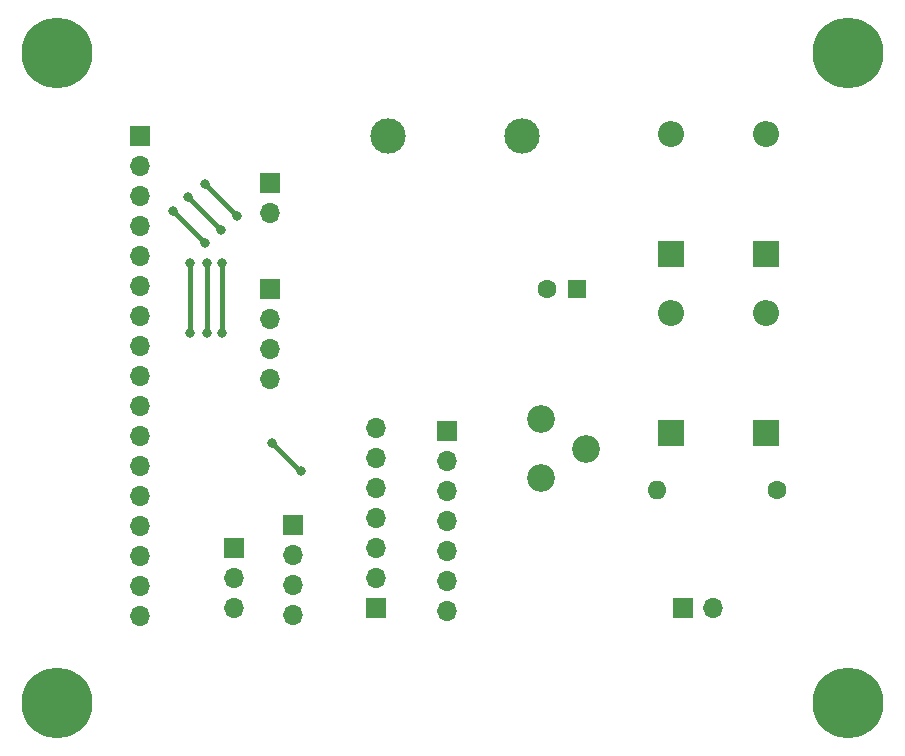
<source format=gbr>
G04 #@! TF.GenerationSoftware,KiCad,Pcbnew,(5.1.5)-3*
G04 #@! TF.CreationDate,2020-04-05T12:45:20+05:30*
G04 #@! TF.ProjectId,Con+fb(v+i),436f6e2b-6662-4287-962b-69292e6b6963,rev?*
G04 #@! TF.SameCoordinates,Original*
G04 #@! TF.FileFunction,Copper,L1,Top*
G04 #@! TF.FilePolarity,Positive*
%FSLAX46Y46*%
G04 Gerber Fmt 4.6, Leading zero omitted, Abs format (unit mm)*
G04 Created by KiCad (PCBNEW (5.1.5)-3) date 2020-04-05 12:45:20*
%MOMM*%
%LPD*%
G04 APERTURE LIST*
%ADD10R,1.600000X1.600000*%
%ADD11C,1.600000*%
%ADD12R,2.200000X2.200000*%
%ADD13O,2.200000X2.200000*%
%ADD14R,1.700000X1.700000*%
%ADD15O,1.700000X1.700000*%
%ADD16C,3.000000*%
%ADD17O,3.000000X3.000000*%
%ADD18O,1.600000X1.600000*%
%ADD19C,2.340000*%
%ADD20C,6.000000*%
%ADD21C,0.800000*%
%ADD22C,0.400000*%
G04 APERTURE END LIST*
D10*
X115000000Y-107000000D03*
D11*
X112500000Y-107000000D03*
D12*
X123000000Y-104000000D03*
D13*
X123000000Y-93840000D03*
X123000000Y-109000000D03*
D12*
X123000000Y-119160000D03*
X131000000Y-104000000D03*
D13*
X131000000Y-93840000D03*
X131000000Y-109000000D03*
D12*
X131000000Y-119160000D03*
D14*
X78000000Y-94000000D03*
D15*
X78000000Y-96540000D03*
X78000000Y-99080000D03*
X78000000Y-101620000D03*
X78000000Y-104160000D03*
X78000000Y-106700000D03*
X78000000Y-109240000D03*
X78000000Y-111780000D03*
X78000000Y-114320000D03*
X78000000Y-116860000D03*
X78000000Y-119400000D03*
X78000000Y-121940000D03*
X78000000Y-124480000D03*
X78000000Y-127020000D03*
X78000000Y-129560000D03*
X78000000Y-132100000D03*
X78000000Y-134640000D03*
D14*
X89000000Y-98000000D03*
D15*
X89000000Y-100540000D03*
X91000000Y-134620000D03*
X91000000Y-132080000D03*
X91000000Y-129540000D03*
D14*
X91000000Y-127000000D03*
X89000000Y-107000000D03*
D15*
X89000000Y-109540000D03*
X89000000Y-112080000D03*
X89000000Y-114620000D03*
D14*
X98000000Y-134000000D03*
D15*
X98000000Y-131460000D03*
X98000000Y-128920000D03*
X98000000Y-126380000D03*
X98000000Y-123840000D03*
X98000000Y-121300000D03*
X98000000Y-118760000D03*
X126540000Y-134000000D03*
D14*
X124000000Y-134000000D03*
X86000000Y-128920000D03*
D15*
X86000000Y-131460000D03*
X86000000Y-134000000D03*
D14*
X104000000Y-119000000D03*
D15*
X104000000Y-121540000D03*
X104000000Y-124080000D03*
X104000000Y-126620000D03*
X104000000Y-129160000D03*
X104000000Y-131700000D03*
X104000000Y-134240000D03*
D16*
X99000000Y-94000000D03*
D17*
X110400000Y-94000000D03*
D11*
X132000000Y-124000000D03*
D18*
X121840000Y-124000000D03*
D19*
X112000000Y-123000000D03*
X115800000Y-120500000D03*
X112000000Y-118000000D03*
D20*
X71000000Y-87000000D03*
X138000000Y-87000000D03*
X138000000Y-142000000D03*
X71000000Y-142000000D03*
D21*
X83700000Y-110700000D03*
X85000000Y-110700000D03*
X82300000Y-110700000D03*
X83700000Y-104800000D03*
X82300000Y-104800000D03*
X85000000Y-104800000D03*
X84900000Y-102000000D03*
X86200000Y-100800000D03*
X82100000Y-99200000D03*
X83500000Y-98100000D03*
X83500000Y-103100000D03*
X80800000Y-100400000D03*
X89200000Y-120000000D03*
X91700000Y-122400000D03*
D22*
X83700000Y-104800000D02*
X83700000Y-110700000D01*
X85000000Y-110700000D02*
X85000000Y-105500000D01*
X85000000Y-105500000D02*
X85000000Y-104800000D01*
X82300000Y-110134315D02*
X82300000Y-104800000D01*
X82300000Y-110700000D02*
X82300000Y-110134315D01*
X83500000Y-103100000D02*
X80800000Y-100400000D01*
X82100000Y-99200000D02*
X84500000Y-101600000D01*
X84500000Y-101600000D02*
X84900000Y-102000000D01*
X83500000Y-98100000D02*
X86200000Y-100800000D01*
X91600000Y-122400000D02*
X89200000Y-120000000D01*
X91700000Y-122400000D02*
X91600000Y-122400000D01*
M02*

</source>
